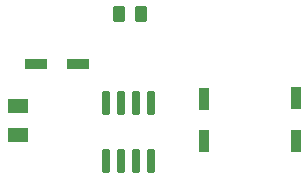
<source format=gtp>
G04*
G04 #@! TF.GenerationSoftware,Altium Limited,Altium Designer,22.4.2 (48)*
G04*
G04 Layer_Color=8421504*
%FSLAX25Y25*%
%MOIN*%
G70*
G04*
G04 #@! TF.SameCoordinates,A7B2FA79-C280-4DBA-8CE8-1A1C5EA3F58B*
G04*
G04*
G04 #@! TF.FilePolarity,Positive*
G04*
G01*
G75*
G04:AMPARAMS|DCode=15|XSize=39.37mil|YSize=55.91mil|CornerRadius=4.92mil|HoleSize=0mil|Usage=FLASHONLY|Rotation=180.000|XOffset=0mil|YOffset=0mil|HoleType=Round|Shape=RoundedRectangle|*
%AMROUNDEDRECTD15*
21,1,0.03937,0.04606,0,0,180.0*
21,1,0.02953,0.05591,0,0,180.0*
1,1,0.00984,-0.01476,0.02303*
1,1,0.00984,0.01476,0.02303*
1,1,0.00984,0.01476,-0.02303*
1,1,0.00984,-0.01476,-0.02303*
%
%ADD15ROUNDEDRECTD15*%
%ADD16R,0.03543X0.07284*%
G04:AMPARAMS|DCode=17|XSize=77.56mil|YSize=23.62mil|CornerRadius=2.95mil|HoleSize=0mil|Usage=FLASHONLY|Rotation=270.000|XOffset=0mil|YOffset=0mil|HoleType=Round|Shape=RoundedRectangle|*
%AMROUNDEDRECTD17*
21,1,0.07756,0.01772,0,0,270.0*
21,1,0.07165,0.02362,0,0,270.0*
1,1,0.00591,-0.00886,-0.03583*
1,1,0.00591,-0.00886,0.03583*
1,1,0.00591,0.00886,0.03583*
1,1,0.00591,0.00886,-0.03583*
%
%ADD17ROUNDEDRECTD17*%
%ADD18R,0.07284X0.03543*%
%ADD19R,0.07165X0.04567*%
D15*
X-67185Y-55118D02*
D03*
X-74547D02*
D03*
D16*
X-15748Y-83268D02*
D03*
Y-97441D02*
D03*
X-46260Y-83465D02*
D03*
Y-97638D02*
D03*
D17*
X-63819Y-84646D02*
D03*
X-68819D02*
D03*
X-73819D02*
D03*
X-78819D02*
D03*
Y-104095D02*
D03*
X-73819D02*
D03*
X-68819D02*
D03*
X-63819D02*
D03*
D18*
X-102362Y-71850D02*
D03*
X-88189D02*
D03*
D19*
X-108268Y-85710D02*
D03*
Y-95393D02*
D03*
M02*

</source>
